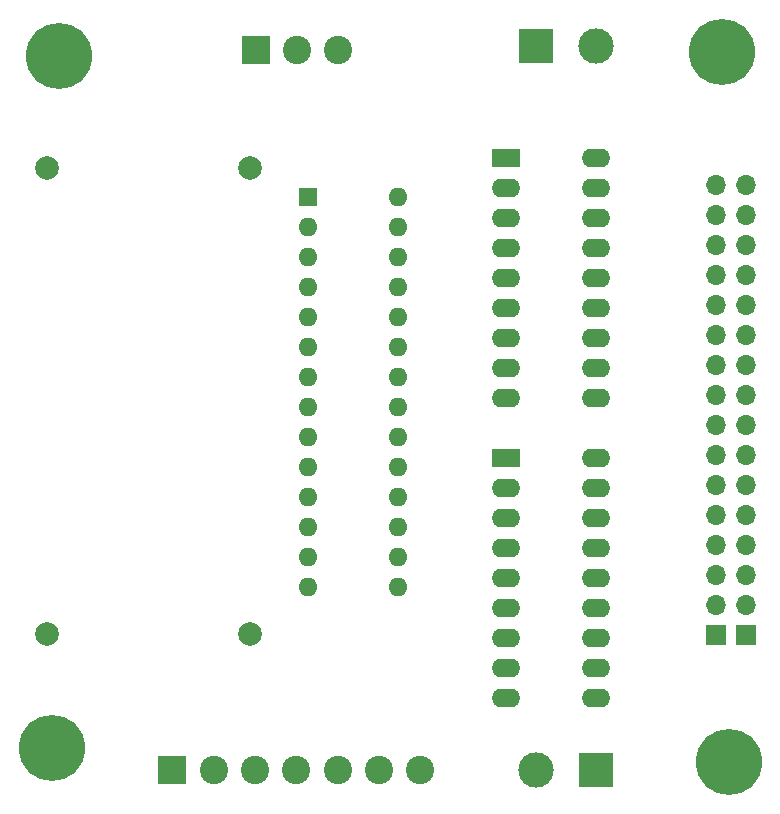
<source format=gbr>
%TF.GenerationSoftware,KiCad,Pcbnew,7.0.6*%
%TF.CreationDate,2023-08-03T15:39:34-04:00*%
%TF.ProjectId,mcp23s17_uln2803_combo,6d637032-3373-4313-975f-756c6e323830,rev?*%
%TF.SameCoordinates,Original*%
%TF.FileFunction,Soldermask,Top*%
%TF.FilePolarity,Negative*%
%FSLAX46Y46*%
G04 Gerber Fmt 4.6, Leading zero omitted, Abs format (unit mm)*
G04 Created by KiCad (PCBNEW 7.0.6) date 2023-08-03 15:39:34*
%MOMM*%
%LPD*%
G01*
G04 APERTURE LIST*
%ADD10R,3.000000X3.000000*%
%ADD11C,3.000000*%
%ADD12R,2.400000X2.400000*%
%ADD13C,2.400000*%
%ADD14C,5.600000*%
%ADD15C,2.000000*%
%ADD16R,2.400000X1.600000*%
%ADD17O,2.400000X1.600000*%
%ADD18R,1.600000X1.600000*%
%ADD19O,1.600000X1.600000*%
%ADD20R,1.700000X1.700000*%
%ADD21O,1.700000X1.700000*%
G04 APERTURE END LIST*
D10*
%TO.C,J3*%
X167386000Y-123190000D03*
D11*
X162306000Y-123190000D03*
%TD*%
D12*
%TO.C,J4*%
X138542000Y-62231600D03*
D13*
X142042000Y-62231600D03*
X145542000Y-62231600D03*
%TD*%
D14*
%TO.C,H1*%
X121920000Y-62788800D03*
%TD*%
D15*
%TO.C,U1*%
X120878600Y-111734600D03*
X138023600Y-111734600D03*
X138023600Y-72237600D03*
X120878600Y-72237600D03*
%TD*%
D10*
%TO.C,J1*%
X162306000Y-61925200D03*
D11*
X167386000Y-61925200D03*
%TD*%
D14*
%TO.C,H3*%
X178003200Y-62433200D03*
%TD*%
D12*
%TO.C,J7*%
X131486000Y-123190000D03*
D13*
X134986000Y-123190000D03*
X138486000Y-123190000D03*
X141986000Y-123190000D03*
X145486000Y-123190000D03*
X148986000Y-123190000D03*
X152486000Y-123190000D03*
%TD*%
D16*
%TO.C,U3*%
X159766000Y-96774000D03*
D17*
X159766000Y-99314000D03*
X159766000Y-101854000D03*
X159766000Y-104394000D03*
X159766000Y-106934000D03*
X159766000Y-109474000D03*
X159766000Y-112014000D03*
X159766000Y-114554000D03*
X159766000Y-117094000D03*
X167386000Y-117094000D03*
X167386000Y-114554000D03*
X167386000Y-112014000D03*
X167386000Y-109474000D03*
X167386000Y-106934000D03*
X167386000Y-104394000D03*
X167386000Y-101854000D03*
X167386000Y-99314000D03*
X167386000Y-96774000D03*
%TD*%
D16*
%TO.C,U4*%
X159766000Y-71384000D03*
D17*
X159766000Y-73924000D03*
X159766000Y-76464000D03*
X159766000Y-79004000D03*
X159766000Y-81544000D03*
X159766000Y-84084000D03*
X159766000Y-86624000D03*
X159766000Y-89164000D03*
X159766000Y-91704000D03*
X167386000Y-91704000D03*
X167386000Y-89164000D03*
X167386000Y-86624000D03*
X167386000Y-84084000D03*
X167386000Y-81544000D03*
X167386000Y-79004000D03*
X167386000Y-76464000D03*
X167386000Y-73924000D03*
X167386000Y-71384000D03*
%TD*%
D18*
%TO.C,U2*%
X143002000Y-74676000D03*
D19*
X143002000Y-77216000D03*
X143002000Y-79756000D03*
X143002000Y-82296000D03*
X143002000Y-84836000D03*
X143002000Y-87376000D03*
X143002000Y-89916000D03*
X143002000Y-92456000D03*
X143002000Y-94996000D03*
X143002000Y-97536000D03*
X143002000Y-100076000D03*
X143002000Y-102616000D03*
X143002000Y-105156000D03*
X143002000Y-107696000D03*
X150622000Y-107696000D03*
X150622000Y-105156000D03*
X150622000Y-102616000D03*
X150622000Y-100076000D03*
X150622000Y-97536000D03*
X150622000Y-94996000D03*
X150622000Y-92456000D03*
X150622000Y-89916000D03*
X150622000Y-87376000D03*
X150622000Y-84836000D03*
X150622000Y-82296000D03*
X150622000Y-79756000D03*
X150622000Y-77216000D03*
X150622000Y-74676000D03*
%TD*%
D20*
%TO.C,J5*%
X177546000Y-111810800D03*
D21*
X177546000Y-109270800D03*
X177546000Y-106730800D03*
X177546000Y-104190800D03*
X177546000Y-101650800D03*
X177546000Y-99110800D03*
X177546000Y-96570800D03*
X177546000Y-94030800D03*
X177546000Y-91490800D03*
X177546000Y-88950800D03*
X177546000Y-86410800D03*
X177546000Y-83870800D03*
X177546000Y-81330800D03*
X177546000Y-78790800D03*
X177546000Y-76250800D03*
X177546000Y-73710800D03*
%TD*%
D20*
%TO.C,J6*%
X180086000Y-111810800D03*
D21*
X180086000Y-109270800D03*
X180086000Y-106730800D03*
X180086000Y-104190800D03*
X180086000Y-101650800D03*
X180086000Y-99110800D03*
X180086000Y-96570800D03*
X180086000Y-94030800D03*
X180086000Y-91490800D03*
X180086000Y-88950800D03*
X180086000Y-86410800D03*
X180086000Y-83870800D03*
X180086000Y-81330800D03*
X180086000Y-78790800D03*
X180086000Y-76250800D03*
X180086000Y-73710800D03*
%TD*%
D14*
%TO.C,H4*%
X178587400Y-122504200D03*
%TD*%
%TO.C,H2*%
X121259600Y-121361200D03*
%TD*%
M02*

</source>
